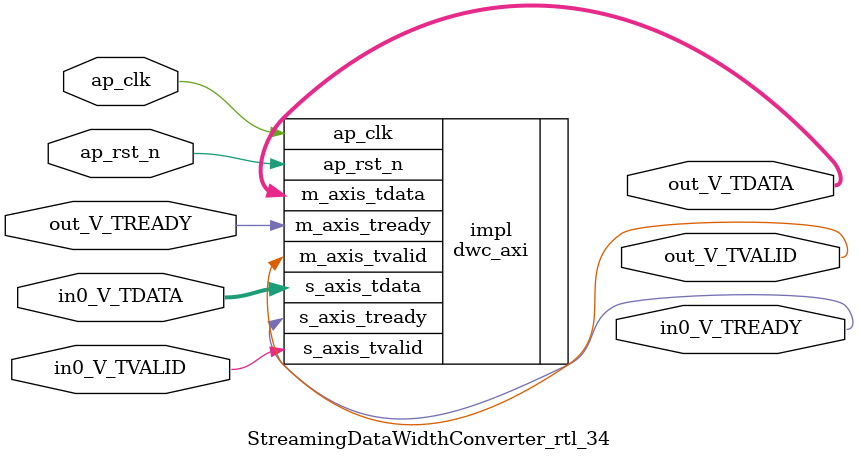
<source format=v>
/******************************************************************************
 * Copyright (C) 2023, Advanced Micro Devices, Inc.
 * All rights reserved.
 *
 * Redistribution and use in source and binary forms, with or without
 * modification, are permitted provided that the following conditions are met:
 *
 *  1. Redistributions of source code must retain the above copyright notice,
 *     this list of conditions and the following disclaimer.
 *
 *  2. Redistributions in binary form must reproduce the above copyright
 *     notice, this list of conditions and the following disclaimer in the
 *     documentation and/or other materials provided with the distribution.
 *
 *  3. Neither the name of the copyright holder nor the names of its
 *     contributors may be used to endorse or promote products derived from
 *     this software without specific prior written permission.
 *
 * THIS SOFTWARE IS PROVIDED BY THE COPYRIGHT HOLDERS AND CONTRIBUTORS "AS IS"
 * AND ANY EXPRESS OR IMPLIED WARRANTIES, INCLUDING, BUT NOT LIMITED TO,
 * THE IMPLIED WARRANTIES OF MERCHANTABILITY AND FITNESS FOR A PARTICULAR
 * PURPOSE ARE DISCLAIMED. IN NO EVENT SHALL THE COPYRIGHT HOLDER OR
 * CONTRIBUTORS BE LIABLE FOR ANY DIRECT, INDIRECT, INCIDENTAL, SPECIAL,
 * EXEMPLARY, OR CONSEQUENTIAL DAMAGES (INCLUDING, BUT NOT LIMITED TO,
 * PROCUREMENT OF SUBSTITUTE GOODS OR SERVICES; LOSS OF USE, DATA, OR PROFITS;
 * OR BUSINESS INTERRUPTION). HOWEVER CAUSED AND ON ANY THEORY OF LIABILITY,
 * WHETHER IN CONTRACT, STRICT LIABILITY, OR TORT (INCLUDING NEGLIGENCE OR
 * OTHERWISE) ARISING IN ANY WAY OUT OF THE USE OF THIS SOFTWARE, EVEN IF
 * ADVISED OF THE POSSIBILITY OF SUCH DAMAGE.
 *****************************************************************************/

module StreamingDataWidthConverter_rtl_34 #(
	parameter  IBITS = 16,
	parameter  OBITS = 4,

	parameter  AXI_IBITS = (IBITS+7)/8 * 8,
	parameter  AXI_OBITS = (OBITS+7)/8 * 8
)(
	//- Global Control ------------------
	(* X_INTERFACE_INFO = "xilinx.com:signal:clock:1.0 ap_clk CLK" *)
	(* X_INTERFACE_PARAMETER = "ASSOCIATED_BUSIF in0_V:out_V, ASSOCIATED_RESET ap_rst_n" *)
	input	ap_clk,
	(* X_INTERFACE_PARAMETER = "POLARITY ACTIVE_LOW" *)
	input	ap_rst_n,

	//- AXI Stream - Input --------------
	output	in0_V_TREADY,
	input	in0_V_TVALID,
	input	[AXI_IBITS-1:0]  in0_V_TDATA,

	//- AXI Stream - Output -------------
	input	out_V_TREADY,
	output	out_V_TVALID,
	output	[AXI_OBITS-1:0]  out_V_TDATA
);

	dwc_axi #(
		.IBITS(IBITS),
		.OBITS(OBITS)
	) impl (
		.ap_clk(ap_clk),
		.ap_rst_n(ap_rst_n),
		.s_axis_tready(in0_V_TREADY),
		.s_axis_tvalid(in0_V_TVALID),
		.s_axis_tdata(in0_V_TDATA),
		.m_axis_tready(out_V_TREADY),
		.m_axis_tvalid(out_V_TVALID),
		.m_axis_tdata(out_V_TDATA)
	);

endmodule

</source>
